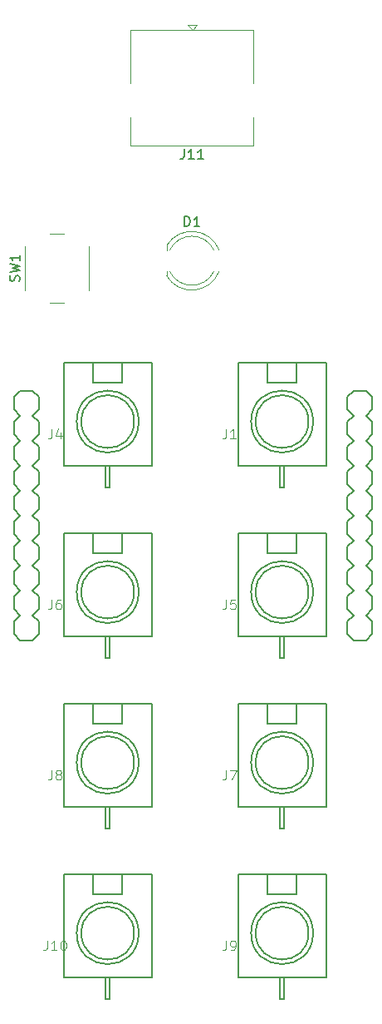
<source format=gbr>
G04 #@! TF.GenerationSoftware,KiCad,Pcbnew,(5.1.2)-2*
G04 #@! TF.CreationDate,2020-04-17T15:22:12-07:00*
G04 #@! TF.ProjectId,jackboard,6a61636b-626f-4617-9264-2e6b69636164,v2*
G04 #@! TF.SameCoordinates,Original*
G04 #@! TF.FileFunction,Legend,Top*
G04 #@! TF.FilePolarity,Positive*
%FSLAX46Y46*%
G04 Gerber Fmt 4.6, Leading zero omitted, Abs format (unit mm)*
G04 Created by KiCad (PCBNEW (5.1.2)-2) date 2020-04-17 15:22:12*
%MOMM*%
%LPD*%
G04 APERTURE LIST*
%ADD10C,0.120000*%
%ADD11C,0.127000*%
%ADD12C,0.203200*%
%ADD13C,0.150000*%
%ADD14C,0.015000*%
G04 APERTURE END LIST*
D10*
X139792815Y-76919173D02*
G75*
G03X134445000Y-76455170I-2787815J-1080827D01*
G01*
X139792815Y-79080827D02*
G75*
G02X134445000Y-79544830I-2787815J1080827D01*
G01*
X139259479Y-76919571D02*
G75*
G03X134750316Y-76920000I-2254479J-1080429D01*
G01*
X139259479Y-79080429D02*
G75*
G02X134750316Y-79080000I-2254479J1080429D01*
G01*
X134445000Y-76455000D02*
X134445000Y-76920000D01*
X134445000Y-79080000D02*
X134445000Y-79545000D01*
X130750000Y-59890000D02*
X130750000Y-54490000D01*
X130750000Y-66290000D02*
X130750000Y-63390000D01*
X143250000Y-66290000D02*
X130750000Y-66290000D01*
X143250000Y-63390000D02*
X143250000Y-66290000D01*
X143250000Y-54490000D02*
X143250000Y-59890000D01*
X130750000Y-54490000D02*
X143250000Y-54490000D01*
X136550000Y-53990000D02*
X137050000Y-54490000D01*
X137550000Y-53990000D02*
X136550000Y-53990000D01*
X137050000Y-54490000D02*
X137550000Y-53990000D01*
D11*
X146410000Y-153140000D02*
X146410000Y-150940000D01*
X146010000Y-153140000D02*
X146410000Y-153140000D01*
X146010000Y-151040000D02*
X146010000Y-153140000D01*
X148900720Y-146440000D02*
G75*
G03X148900720Y-146440000I-2690720J0D01*
G01*
X147710000Y-142440000D02*
X147710000Y-140440000D01*
X144710000Y-142440000D02*
X147710000Y-142440000D01*
X144710000Y-140440000D02*
X144710000Y-142440000D01*
X149372280Y-146440000D02*
G75*
G03X149372280Y-146440000I-3162280J0D01*
G01*
X150710000Y-150940000D02*
X150710000Y-140440000D01*
X146410000Y-150940000D02*
X150710000Y-150940000D01*
X141710000Y-150940000D02*
X146410000Y-150940000D01*
X141710000Y-140440000D02*
X141710000Y-150940000D01*
X147710000Y-140440000D02*
X150710000Y-140440000D01*
X144710000Y-140440000D02*
X147710000Y-140440000D01*
X141710000Y-140440000D02*
X144710000Y-140440000D01*
X146410000Y-101070000D02*
X146410000Y-98870000D01*
X146010000Y-101070000D02*
X146410000Y-101070000D01*
X146010000Y-98970000D02*
X146010000Y-101070000D01*
X148900720Y-94370000D02*
G75*
G03X148900720Y-94370000I-2690720J0D01*
G01*
X147710000Y-90370000D02*
X147710000Y-88370000D01*
X144710000Y-90370000D02*
X147710000Y-90370000D01*
X144710000Y-88370000D02*
X144710000Y-90370000D01*
X149372280Y-94370000D02*
G75*
G03X149372280Y-94370000I-3162280J0D01*
G01*
X150710000Y-98870000D02*
X150710000Y-88370000D01*
X146410000Y-98870000D02*
X150710000Y-98870000D01*
X141710000Y-98870000D02*
X146410000Y-98870000D01*
X141710000Y-88370000D02*
X141710000Y-98870000D01*
X147710000Y-88370000D02*
X150710000Y-88370000D01*
X144710000Y-88370000D02*
X147710000Y-88370000D01*
X141710000Y-88370000D02*
X144710000Y-88370000D01*
X128630000Y-101070000D02*
X128630000Y-98870000D01*
X128230000Y-101070000D02*
X128630000Y-101070000D01*
X128230000Y-98970000D02*
X128230000Y-101070000D01*
X131120720Y-94370000D02*
G75*
G03X131120720Y-94370000I-2690720J0D01*
G01*
X129930000Y-90370000D02*
X129930000Y-88370000D01*
X126930000Y-90370000D02*
X129930000Y-90370000D01*
X126930000Y-88370000D02*
X126930000Y-90370000D01*
X131592280Y-94370000D02*
G75*
G03X131592280Y-94370000I-3162280J0D01*
G01*
X132930000Y-98870000D02*
X132930000Y-88370000D01*
X128630000Y-98870000D02*
X132930000Y-98870000D01*
X123930000Y-98870000D02*
X128630000Y-98870000D01*
X123930000Y-88370000D02*
X123930000Y-98870000D01*
X129930000Y-88370000D02*
X132930000Y-88370000D01*
X126930000Y-88370000D02*
X129930000Y-88370000D01*
X123930000Y-88370000D02*
X126930000Y-88370000D01*
X146410000Y-118426666D02*
X146410000Y-116226666D01*
X146010000Y-118426666D02*
X146410000Y-118426666D01*
X146010000Y-116326666D02*
X146010000Y-118426666D01*
X148900720Y-111726666D02*
G75*
G03X148900720Y-111726666I-2690720J0D01*
G01*
X147710000Y-107726666D02*
X147710000Y-105726666D01*
X144710000Y-107726666D02*
X147710000Y-107726666D01*
X144710000Y-105726666D02*
X144710000Y-107726666D01*
X149372280Y-111726666D02*
G75*
G03X149372280Y-111726666I-3162280J0D01*
G01*
X150710000Y-116226666D02*
X150710000Y-105726666D01*
X146410000Y-116226666D02*
X150710000Y-116226666D01*
X141710000Y-116226666D02*
X146410000Y-116226666D01*
X141710000Y-105726666D02*
X141710000Y-116226666D01*
X147710000Y-105726666D02*
X150710000Y-105726666D01*
X144710000Y-105726666D02*
X147710000Y-105726666D01*
X141710000Y-105726666D02*
X144710000Y-105726666D01*
X128630000Y-118426666D02*
X128630000Y-116226666D01*
X128230000Y-118426666D02*
X128630000Y-118426666D01*
X128230000Y-116326666D02*
X128230000Y-118426666D01*
X131120720Y-111726666D02*
G75*
G03X131120720Y-111726666I-2690720J0D01*
G01*
X129930000Y-107726666D02*
X129930000Y-105726666D01*
X126930000Y-107726666D02*
X129930000Y-107726666D01*
X126930000Y-105726666D02*
X126930000Y-107726666D01*
X131592280Y-111726666D02*
G75*
G03X131592280Y-111726666I-3162280J0D01*
G01*
X132930000Y-116226666D02*
X132930000Y-105726666D01*
X128630000Y-116226666D02*
X132930000Y-116226666D01*
X123930000Y-116226666D02*
X128630000Y-116226666D01*
X123930000Y-105726666D02*
X123930000Y-116226666D01*
X129930000Y-105726666D02*
X132930000Y-105726666D01*
X126930000Y-105726666D02*
X129930000Y-105726666D01*
X123930000Y-105726666D02*
X126930000Y-105726666D01*
X146410000Y-135783332D02*
X146410000Y-133583332D01*
X146010000Y-135783332D02*
X146410000Y-135783332D01*
X146010000Y-133683332D02*
X146010000Y-135783332D01*
X148900720Y-129083332D02*
G75*
G03X148900720Y-129083332I-2690720J0D01*
G01*
X147710000Y-125083332D02*
X147710000Y-123083332D01*
X144710000Y-125083332D02*
X147710000Y-125083332D01*
X144710000Y-123083332D02*
X144710000Y-125083332D01*
X149372280Y-129083332D02*
G75*
G03X149372280Y-129083332I-3162280J0D01*
G01*
X150710000Y-133583332D02*
X150710000Y-123083332D01*
X146410000Y-133583332D02*
X150710000Y-133583332D01*
X141710000Y-133583332D02*
X146410000Y-133583332D01*
X141710000Y-123083332D02*
X141710000Y-133583332D01*
X147710000Y-123083332D02*
X150710000Y-123083332D01*
X144710000Y-123083332D02*
X147710000Y-123083332D01*
X141710000Y-123083332D02*
X144710000Y-123083332D01*
X128630000Y-135783332D02*
X128630000Y-133583332D01*
X128230000Y-135783332D02*
X128630000Y-135783332D01*
X128230000Y-133683332D02*
X128230000Y-135783332D01*
X131120720Y-129083332D02*
G75*
G03X131120720Y-129083332I-2690720J0D01*
G01*
X129930000Y-125083332D02*
X129930000Y-123083332D01*
X126930000Y-125083332D02*
X129930000Y-125083332D01*
X126930000Y-123083332D02*
X126930000Y-125083332D01*
X131592280Y-129083332D02*
G75*
G03X131592280Y-129083332I-3162280J0D01*
G01*
X132930000Y-133583332D02*
X132930000Y-123083332D01*
X128630000Y-133583332D02*
X132930000Y-133583332D01*
X123930000Y-133583332D02*
X128630000Y-133583332D01*
X123930000Y-123083332D02*
X123930000Y-133583332D01*
X129930000Y-123083332D02*
X132930000Y-123083332D01*
X126930000Y-123083332D02*
X129930000Y-123083332D01*
X123930000Y-123083332D02*
X126930000Y-123083332D01*
X128630000Y-153140000D02*
X128630000Y-150940000D01*
X128230000Y-153140000D02*
X128630000Y-153140000D01*
X128230000Y-151040000D02*
X128230000Y-153140000D01*
X131120720Y-146440000D02*
G75*
G03X131120720Y-146440000I-2690720J0D01*
G01*
X129930000Y-142440000D02*
X129930000Y-140440000D01*
X126930000Y-142440000D02*
X129930000Y-142440000D01*
X126930000Y-140440000D02*
X126930000Y-142440000D01*
X131592280Y-146440000D02*
G75*
G03X131592280Y-146440000I-3162280J0D01*
G01*
X132930000Y-150940000D02*
X132930000Y-140440000D01*
X128630000Y-150940000D02*
X132930000Y-150940000D01*
X123930000Y-150940000D02*
X128630000Y-150940000D01*
X123930000Y-140440000D02*
X123930000Y-150940000D01*
X129930000Y-140440000D02*
X132930000Y-140440000D01*
X126930000Y-140440000D02*
X129930000Y-140440000D01*
X123930000Y-140440000D02*
X126930000Y-140440000D01*
D12*
X121394200Y-107124600D02*
X121394200Y-108394600D01*
X121394200Y-108394600D02*
X120759200Y-109029600D01*
X119489200Y-109029600D02*
X118854200Y-108394600D01*
X120759200Y-103949600D02*
X121394200Y-104584600D01*
X121394200Y-104584600D02*
X121394200Y-105854600D01*
X121394200Y-105854600D02*
X120759200Y-106489600D01*
X119489200Y-106489600D02*
X118854200Y-105854600D01*
X118854200Y-105854600D02*
X118854200Y-104584600D01*
X118854200Y-104584600D02*
X119489200Y-103949600D01*
X121394200Y-107124600D02*
X120759200Y-106489600D01*
X119489200Y-106489600D02*
X118854200Y-107124600D01*
X118854200Y-108394600D02*
X118854200Y-107124600D01*
X121394200Y-99504600D02*
X121394200Y-100774600D01*
X121394200Y-100774600D02*
X120759200Y-101409600D01*
X119489200Y-101409600D02*
X118854200Y-100774600D01*
X120759200Y-101409600D02*
X121394200Y-102044600D01*
X121394200Y-102044600D02*
X121394200Y-103314600D01*
X121394200Y-103314600D02*
X120759200Y-103949600D01*
X119489200Y-103949600D02*
X118854200Y-103314600D01*
X118854200Y-103314600D02*
X118854200Y-102044600D01*
X118854200Y-102044600D02*
X119489200Y-101409600D01*
X120759200Y-96329600D02*
X121394200Y-96964600D01*
X121394200Y-96964600D02*
X121394200Y-98234600D01*
X121394200Y-98234600D02*
X120759200Y-98869600D01*
X119489200Y-98869600D02*
X118854200Y-98234600D01*
X118854200Y-98234600D02*
X118854200Y-96964600D01*
X118854200Y-96964600D02*
X119489200Y-96329600D01*
X121394200Y-99504600D02*
X120759200Y-98869600D01*
X119489200Y-98869600D02*
X118854200Y-99504600D01*
X118854200Y-100774600D02*
X118854200Y-99504600D01*
X121394200Y-91884600D02*
X121394200Y-93154600D01*
X121394200Y-93154600D02*
X120759200Y-93789600D01*
X119489200Y-93789600D02*
X118854200Y-93154600D01*
X120759200Y-93789600D02*
X121394200Y-94424600D01*
X121394200Y-94424600D02*
X121394200Y-95694600D01*
X121394200Y-95694600D02*
X120759200Y-96329600D01*
X119489200Y-96329600D02*
X118854200Y-95694600D01*
X118854200Y-95694600D02*
X118854200Y-94424600D01*
X118854200Y-94424600D02*
X119489200Y-93789600D01*
X120759200Y-91249600D02*
X119489200Y-91249600D01*
X121394200Y-91884600D02*
X120759200Y-91249600D01*
X119489200Y-91249600D02*
X118854200Y-91884600D01*
X118854200Y-93154600D02*
X118854200Y-91884600D01*
X121394200Y-109664600D02*
X121394200Y-110934600D01*
X121394200Y-110934600D02*
X120759200Y-111569600D01*
X119489200Y-111569600D02*
X118854200Y-110934600D01*
X121394200Y-109664600D02*
X120759200Y-109029600D01*
X119489200Y-109029600D02*
X118854200Y-109664600D01*
X118854200Y-110934600D02*
X118854200Y-109664600D01*
X121394200Y-112204600D02*
X121394200Y-113474600D01*
X121394200Y-113474600D02*
X120759200Y-114109600D01*
X119489200Y-114109600D02*
X118854200Y-113474600D01*
X121394200Y-112204600D02*
X120759200Y-111569600D01*
X119489200Y-111569600D02*
X118854200Y-112204600D01*
X118854200Y-113474600D02*
X118854200Y-112204600D01*
X121394200Y-114744600D02*
X121394200Y-116014600D01*
X121394200Y-116014600D02*
X120759200Y-116649600D01*
X120759200Y-116649600D02*
X119489200Y-116649600D01*
X119489200Y-116649600D02*
X118854200Y-116014600D01*
X121394200Y-114744600D02*
X120759200Y-114109600D01*
X119489200Y-114109600D02*
X118854200Y-114744600D01*
X118854200Y-116014600D02*
X118854200Y-114744600D01*
X155394200Y-107124600D02*
X155394200Y-108394600D01*
X155394200Y-108394600D02*
X154759200Y-109029600D01*
X153489200Y-109029600D02*
X152854200Y-108394600D01*
X154759200Y-103949600D02*
X155394200Y-104584600D01*
X155394200Y-104584600D02*
X155394200Y-105854600D01*
X155394200Y-105854600D02*
X154759200Y-106489600D01*
X153489200Y-106489600D02*
X152854200Y-105854600D01*
X152854200Y-105854600D02*
X152854200Y-104584600D01*
X152854200Y-104584600D02*
X153489200Y-103949600D01*
X155394200Y-107124600D02*
X154759200Y-106489600D01*
X153489200Y-106489600D02*
X152854200Y-107124600D01*
X152854200Y-108394600D02*
X152854200Y-107124600D01*
X155394200Y-99504600D02*
X155394200Y-100774600D01*
X155394200Y-100774600D02*
X154759200Y-101409600D01*
X153489200Y-101409600D02*
X152854200Y-100774600D01*
X154759200Y-101409600D02*
X155394200Y-102044600D01*
X155394200Y-102044600D02*
X155394200Y-103314600D01*
X155394200Y-103314600D02*
X154759200Y-103949600D01*
X153489200Y-103949600D02*
X152854200Y-103314600D01*
X152854200Y-103314600D02*
X152854200Y-102044600D01*
X152854200Y-102044600D02*
X153489200Y-101409600D01*
X154759200Y-96329600D02*
X155394200Y-96964600D01*
X155394200Y-96964600D02*
X155394200Y-98234600D01*
X155394200Y-98234600D02*
X154759200Y-98869600D01*
X153489200Y-98869600D02*
X152854200Y-98234600D01*
X152854200Y-98234600D02*
X152854200Y-96964600D01*
X152854200Y-96964600D02*
X153489200Y-96329600D01*
X155394200Y-99504600D02*
X154759200Y-98869600D01*
X153489200Y-98869600D02*
X152854200Y-99504600D01*
X152854200Y-100774600D02*
X152854200Y-99504600D01*
X155394200Y-91884600D02*
X155394200Y-93154600D01*
X155394200Y-93154600D02*
X154759200Y-93789600D01*
X153489200Y-93789600D02*
X152854200Y-93154600D01*
X154759200Y-93789600D02*
X155394200Y-94424600D01*
X155394200Y-94424600D02*
X155394200Y-95694600D01*
X155394200Y-95694600D02*
X154759200Y-96329600D01*
X153489200Y-96329600D02*
X152854200Y-95694600D01*
X152854200Y-95694600D02*
X152854200Y-94424600D01*
X152854200Y-94424600D02*
X153489200Y-93789600D01*
X154759200Y-91249600D02*
X153489200Y-91249600D01*
X155394200Y-91884600D02*
X154759200Y-91249600D01*
X153489200Y-91249600D02*
X152854200Y-91884600D01*
X152854200Y-93154600D02*
X152854200Y-91884600D01*
X155394200Y-109664600D02*
X155394200Y-110934600D01*
X155394200Y-110934600D02*
X154759200Y-111569600D01*
X153489200Y-111569600D02*
X152854200Y-110934600D01*
X155394200Y-109664600D02*
X154759200Y-109029600D01*
X153489200Y-109029600D02*
X152854200Y-109664600D01*
X152854200Y-110934600D02*
X152854200Y-109664600D01*
X155394200Y-112204600D02*
X155394200Y-113474600D01*
X155394200Y-113474600D02*
X154759200Y-114109600D01*
X153489200Y-114109600D02*
X152854200Y-113474600D01*
X155394200Y-112204600D02*
X154759200Y-111569600D01*
X153489200Y-111569600D02*
X152854200Y-112204600D01*
X152854200Y-113474600D02*
X152854200Y-112204600D01*
X155394200Y-114744600D02*
X155394200Y-116014600D01*
X155394200Y-116014600D02*
X154759200Y-116649600D01*
X154759200Y-116649600D02*
X153489200Y-116649600D01*
X153489200Y-116649600D02*
X152854200Y-116014600D01*
X155394200Y-114744600D02*
X154759200Y-114109600D01*
X153489200Y-114109600D02*
X152854200Y-114744600D01*
X152854200Y-116014600D02*
X152854200Y-114744600D01*
D10*
X126500000Y-81000000D02*
X126500000Y-76500000D01*
X122500000Y-82250000D02*
X124000000Y-82250000D01*
X120000000Y-76500000D02*
X120000000Y-81000000D01*
X124000000Y-75250000D02*
X122500000Y-75250000D01*
D13*
X136266904Y-74492380D02*
X136266904Y-73492380D01*
X136505000Y-73492380D01*
X136647857Y-73540000D01*
X136743095Y-73635238D01*
X136790714Y-73730476D01*
X136838333Y-73920952D01*
X136838333Y-74063809D01*
X136790714Y-74254285D01*
X136743095Y-74349523D01*
X136647857Y-74444761D01*
X136505000Y-74492380D01*
X136266904Y-74492380D01*
X137790714Y-74492380D02*
X137219285Y-74492380D01*
X137505000Y-74492380D02*
X137505000Y-73492380D01*
X137409761Y-73635238D01*
X137314523Y-73730476D01*
X137219285Y-73778095D01*
X136240476Y-66642380D02*
X136240476Y-67356666D01*
X136192857Y-67499523D01*
X136097619Y-67594761D01*
X135954761Y-67642380D01*
X135859523Y-67642380D01*
X137240476Y-67642380D02*
X136669047Y-67642380D01*
X136954761Y-67642380D02*
X136954761Y-66642380D01*
X136859523Y-66785238D01*
X136764285Y-66880476D01*
X136669047Y-66928095D01*
X138192857Y-67642380D02*
X137621428Y-67642380D01*
X137907142Y-67642380D02*
X137907142Y-66642380D01*
X137811904Y-66785238D01*
X137716666Y-66880476D01*
X137621428Y-66928095D01*
D14*
X140491866Y-147187780D02*
X140491866Y-147902066D01*
X140444247Y-148044923D01*
X140349009Y-148140161D01*
X140206152Y-148187780D01*
X140110914Y-148187780D01*
X141015676Y-148187780D02*
X141206152Y-148187780D01*
X141301390Y-148140161D01*
X141349009Y-148092542D01*
X141444247Y-147949685D01*
X141491866Y-147759209D01*
X141491866Y-147378257D01*
X141444247Y-147283019D01*
X141396628Y-147235400D01*
X141301390Y-147187780D01*
X141110914Y-147187780D01*
X141015676Y-147235400D01*
X140968057Y-147283019D01*
X140920438Y-147378257D01*
X140920438Y-147616352D01*
X140968057Y-147711590D01*
X141015676Y-147759209D01*
X141110914Y-147806828D01*
X141301390Y-147806828D01*
X141396628Y-147759209D01*
X141444247Y-147711590D01*
X141491866Y-147616352D01*
X140491866Y-95117780D02*
X140491866Y-95832066D01*
X140444247Y-95974923D01*
X140349009Y-96070161D01*
X140206152Y-96117780D01*
X140110914Y-96117780D01*
X141491866Y-96117780D02*
X140920438Y-96117780D01*
X141206152Y-96117780D02*
X141206152Y-95117780D01*
X141110914Y-95260638D01*
X141015676Y-95355876D01*
X140920438Y-95403495D01*
X122711866Y-95117780D02*
X122711866Y-95832066D01*
X122664247Y-95974923D01*
X122569009Y-96070161D01*
X122426152Y-96117780D01*
X122330914Y-96117780D01*
X123616628Y-95451114D02*
X123616628Y-96117780D01*
X123378533Y-95070161D02*
X123140438Y-95784447D01*
X123759485Y-95784447D01*
X140491866Y-112474446D02*
X140491866Y-113188732D01*
X140444247Y-113331589D01*
X140349009Y-113426827D01*
X140206152Y-113474446D01*
X140110914Y-113474446D01*
X141444247Y-112474446D02*
X140968057Y-112474446D01*
X140920438Y-112950637D01*
X140968057Y-112903018D01*
X141063295Y-112855399D01*
X141301390Y-112855399D01*
X141396628Y-112903018D01*
X141444247Y-112950637D01*
X141491866Y-113045875D01*
X141491866Y-113283970D01*
X141444247Y-113379208D01*
X141396628Y-113426827D01*
X141301390Y-113474446D01*
X141063295Y-113474446D01*
X140968057Y-113426827D01*
X140920438Y-113379208D01*
X122711866Y-112474446D02*
X122711866Y-113188732D01*
X122664247Y-113331589D01*
X122569009Y-113426827D01*
X122426152Y-113474446D01*
X122330914Y-113474446D01*
X123616628Y-112474446D02*
X123426152Y-112474446D01*
X123330914Y-112522066D01*
X123283295Y-112569685D01*
X123188057Y-112712542D01*
X123140438Y-112903018D01*
X123140438Y-113283970D01*
X123188057Y-113379208D01*
X123235676Y-113426827D01*
X123330914Y-113474446D01*
X123521390Y-113474446D01*
X123616628Y-113426827D01*
X123664247Y-113379208D01*
X123711866Y-113283970D01*
X123711866Y-113045875D01*
X123664247Y-112950637D01*
X123616628Y-112903018D01*
X123521390Y-112855399D01*
X123330914Y-112855399D01*
X123235676Y-112903018D01*
X123188057Y-112950637D01*
X123140438Y-113045875D01*
X140491866Y-129831112D02*
X140491866Y-130545398D01*
X140444247Y-130688255D01*
X140349009Y-130783493D01*
X140206152Y-130831112D01*
X140110914Y-130831112D01*
X140872819Y-129831112D02*
X141539485Y-129831112D01*
X141110914Y-130831112D01*
X122711866Y-129831112D02*
X122711866Y-130545398D01*
X122664247Y-130688255D01*
X122569009Y-130783493D01*
X122426152Y-130831112D01*
X122330914Y-130831112D01*
X123330914Y-130259684D02*
X123235676Y-130212065D01*
X123188057Y-130164446D01*
X123140438Y-130069208D01*
X123140438Y-130021589D01*
X123188057Y-129926351D01*
X123235676Y-129878732D01*
X123330914Y-129831112D01*
X123521390Y-129831112D01*
X123616628Y-129878732D01*
X123664247Y-129926351D01*
X123711866Y-130021589D01*
X123711866Y-130069208D01*
X123664247Y-130164446D01*
X123616628Y-130212065D01*
X123521390Y-130259684D01*
X123330914Y-130259684D01*
X123235676Y-130307303D01*
X123188057Y-130354922D01*
X123140438Y-130450160D01*
X123140438Y-130640636D01*
X123188057Y-130735874D01*
X123235676Y-130783493D01*
X123330914Y-130831112D01*
X123521390Y-130831112D01*
X123616628Y-130783493D01*
X123664247Y-130735874D01*
X123711866Y-130640636D01*
X123711866Y-130450160D01*
X123664247Y-130354922D01*
X123616628Y-130307303D01*
X123521390Y-130259684D01*
X122235676Y-147187780D02*
X122235676Y-147902066D01*
X122188057Y-148044923D01*
X122092819Y-148140161D01*
X121949961Y-148187780D01*
X121854723Y-148187780D01*
X123235676Y-148187780D02*
X122664247Y-148187780D01*
X122949961Y-148187780D02*
X122949961Y-147187780D01*
X122854723Y-147330638D01*
X122759485Y-147425876D01*
X122664247Y-147473495D01*
X123854723Y-147187780D02*
X123949961Y-147187780D01*
X124045200Y-147235400D01*
X124092819Y-147283019D01*
X124140438Y-147378257D01*
X124188057Y-147568733D01*
X124188057Y-147806828D01*
X124140438Y-147997304D01*
X124092819Y-148092542D01*
X124045200Y-148140161D01*
X123949961Y-148187780D01*
X123854723Y-148187780D01*
X123759485Y-148140161D01*
X123711866Y-148092542D01*
X123664247Y-147997304D01*
X123616628Y-147806828D01*
X123616628Y-147568733D01*
X123664247Y-147378257D01*
X123711866Y-147283019D01*
X123759485Y-147235400D01*
X123854723Y-147187780D01*
D13*
X119404761Y-80083333D02*
X119452380Y-79940476D01*
X119452380Y-79702380D01*
X119404761Y-79607142D01*
X119357142Y-79559523D01*
X119261904Y-79511904D01*
X119166666Y-79511904D01*
X119071428Y-79559523D01*
X119023809Y-79607142D01*
X118976190Y-79702380D01*
X118928571Y-79892857D01*
X118880952Y-79988095D01*
X118833333Y-80035714D01*
X118738095Y-80083333D01*
X118642857Y-80083333D01*
X118547619Y-80035714D01*
X118500000Y-79988095D01*
X118452380Y-79892857D01*
X118452380Y-79654761D01*
X118500000Y-79511904D01*
X118452380Y-79178571D02*
X119452380Y-78940476D01*
X118738095Y-78750000D01*
X119452380Y-78559523D01*
X118452380Y-78321428D01*
X119452380Y-77416666D02*
X119452380Y-77988095D01*
X119452380Y-77702380D02*
X118452380Y-77702380D01*
X118595238Y-77797619D01*
X118690476Y-77892857D01*
X118738095Y-77988095D01*
M02*

</source>
